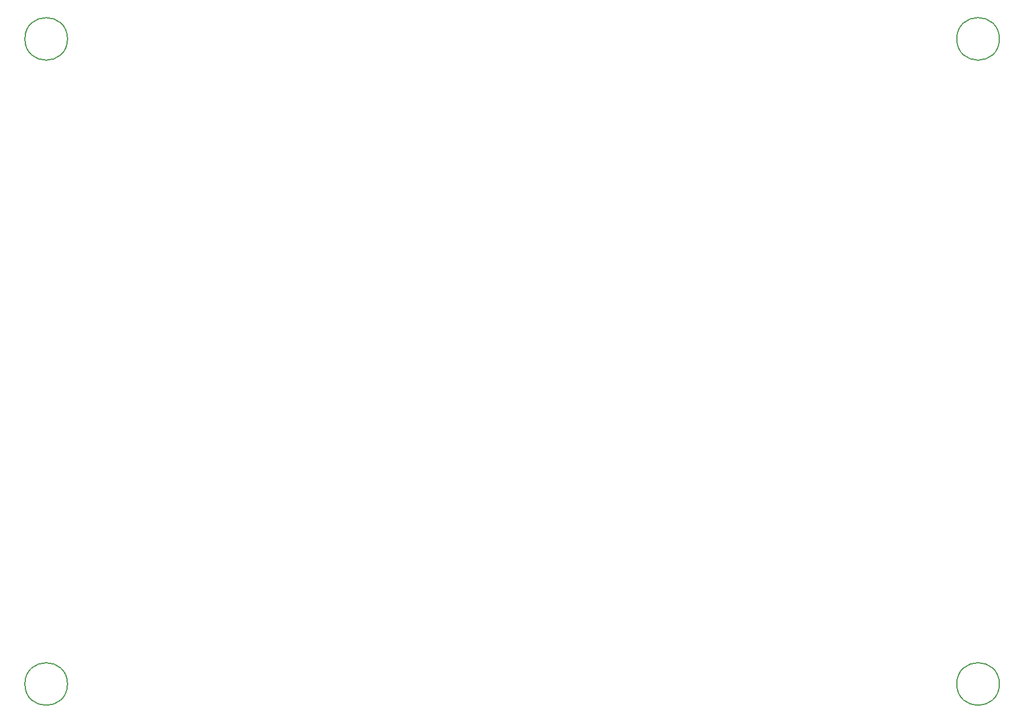
<source format=gbr>
%TF.GenerationSoftware,KiCad,Pcbnew,8.0.2*%
%TF.CreationDate,2024-06-17T23:38:42+07:00*%
%TF.ProjectId,Series Circuit,53657269-6573-4204-9369-72637569742e,rev?*%
%TF.SameCoordinates,Original*%
%TF.FileFunction,Other,Comment*%
%FSLAX46Y46*%
G04 Gerber Fmt 4.6, Leading zero omitted, Abs format (unit mm)*
G04 Created by KiCad (PCBNEW 8.0.2) date 2024-06-17 23:38:42*
%MOMM*%
%LPD*%
G01*
G04 APERTURE LIST*
%ADD10C,0.150000*%
G04 APERTURE END LIST*
D10*
%TO.C,H3*%
X75600000Y-141300000D02*
G75*
G02*
X69200000Y-141300000I-3200000J0D01*
G01*
X69200000Y-141300000D02*
G75*
G02*
X75600000Y-141300000I3200000J0D01*
G01*
%TO.C,H4*%
X215600000Y-141300000D02*
G75*
G02*
X209200000Y-141300000I-3200000J0D01*
G01*
X209200000Y-141300000D02*
G75*
G02*
X215600000Y-141300000I3200000J0D01*
G01*
%TO.C,H1*%
X75600000Y-44300000D02*
G75*
G02*
X69200000Y-44300000I-3200000J0D01*
G01*
X69200000Y-44300000D02*
G75*
G02*
X75600000Y-44300000I3200000J0D01*
G01*
%TO.C,H2*%
X215600000Y-44300000D02*
G75*
G02*
X209200000Y-44300000I-3200000J0D01*
G01*
X209200000Y-44300000D02*
G75*
G02*
X215600000Y-44300000I3200000J0D01*
G01*
%TD*%
M02*

</source>
